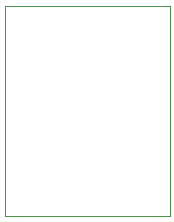
<source format=gbr>
G04 (created by PCBNEW (2013-mar-13)-testing) date Thu 06 Mar 2014 05:50:53 PM CET*
%MOIN*%
G04 Gerber Fmt 3.4, Leading zero omitted, Abs format*
%FSLAX34Y34*%
G01*
G70*
G90*
G04 APERTURE LIST*
%ADD10C,0.005906*%
%ADD11C,0.003937*%
G04 APERTURE END LIST*
G54D10*
G54D11*
X54750Y-42250D02*
X54750Y-35250D01*
X60250Y-42250D02*
X54750Y-42250D01*
X60250Y-35250D02*
X60250Y-42250D01*
X54750Y-35250D02*
X60250Y-35250D01*
M02*

</source>
